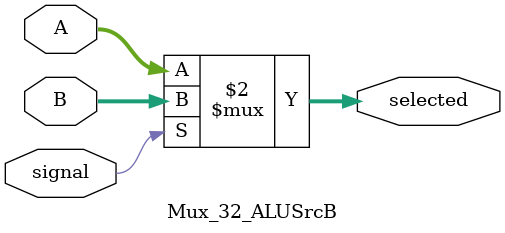
<source format=v>
`timescale 1ns / 1ps

module Mux_32_ALUSrcB(signal, A, B, selected);
    input signal;
    input [31:0] A,B;
    output [31:0] selected;
    assign selected = (signal == 1'b0 ? A : B);
endmodule
</source>
